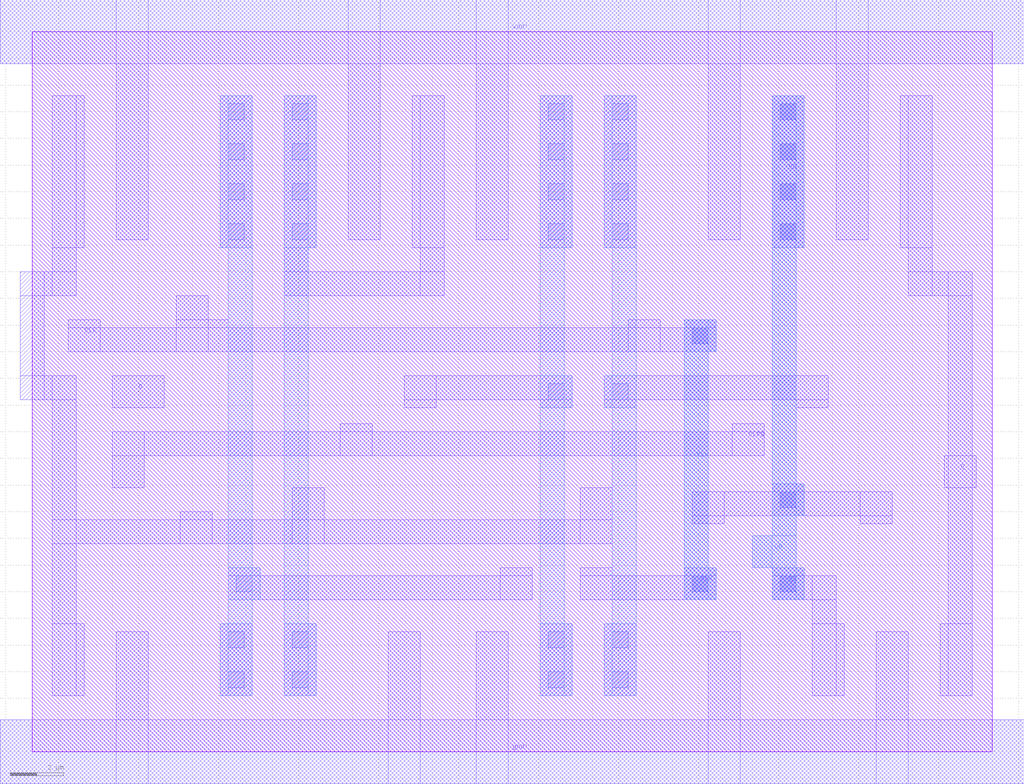
<source format=lef>
###########################
# 
# This is the TechHeader.lef file that contains the 
# technology information for the AMI C5N 0.5 micron 
# CMOS technology (SCN3M_SUBM when using MOSIS)
# 
# Erik Brunvand
###########################

VERSION 5.6 ;

BUSBITCHARS "[]" ;
DIVIDERCHAR "/" ;

PROPERTYDEFINITIONS
  MACRO icVersionStamp STRING ;
  MACRO drcSignature INTEGER ;
  MACRO viewNameList STRING ;
  LIBRARY minWidth REAL 1.5 ;
  LIBRARY PadType STRING "Perimeter" ;
  LIBRARY technology STRING "UofU_AMI_C5N" ;
  LIBRARY model STRING "ami06" ;
  LIBRARY gridResolution REAL 0.15 ;
  LIBRARY minLength REAL 0.6 ;
  LAYER sheetResistance INTEGER ;
END PROPERTYDEFINITIONS

UNITS
  DATABASE MICRONS 1000 ;
END UNITS
MANUFACTURINGGRID 0.15 ;

LAYER poly
  TYPE  MASTERSLICE ;
END poly

LAYER cc
  TYPE  CUT ;
  SPACING       0.9 ;
END cc

LAYER metal1
  TYPE ROUTING ;
  DIRECTION HORIZONTAL ;
  PITCH 3 3 ;
  WIDTH 0.9 ;
  SPACING 0.9 ;
  OFFSET 1.5 ;
  THICKNESS 0.64 ;
  HEIGHT 0.38 ;
  RESISTANCE RPERSQ 0.085 ;
  CAPACITANCE CPERSQDIST 3.2e-05 ;
  EDGECAPACITANCE 7.5e-05 ;
END metal1

LAYER via
  TYPE CUT ;
  SPACING 0.9 ;
END via

LAYER metal2
  TYPE ROUTING ;
  DIRECTION VERTICAL ;
  PITCH 2.4 2.4 ;
  WIDTH 0.9 ;
  SPACING 0.9 ;
  OFFSET        1.2 ;
  THICKNESS 0.57 ;
  HEIGHT 1.62 ;
  RESISTANCE RPERSQ 0.085 ;
  CAPACITANCE CPERSQDIST 1.6e-05 ;
  EDGECAPACITANCE 6.0e-05 ;
END metal2

LAYER via2
  TYPE CUT ;
  SPACING 0.9 ;
END via2

LAYER metal3
  TYPE ROUTING ;
  DIRECTION HORIZONTAL ;
  PITCH 3 3 ;
  WIDTH 1.5 ;
  SPACING 0.9 ;
  OFFSET        1.5 ;
  THICKNESS 0.77 ;
  HEIGHT 2.79 ;
  RESISTANCE RPERSQ 0.055 ;
  CAPACITANCE CPERSQDIST 1e-05 ;
  EDGECAPACITANCE 4.0e-05 ;
END metal3

LAYER OVERLAP
  TYPE OVERLAP ;
END OVERLAP

VIA M2_M1_via DEFAULT
  RESISTANCE 0.90 ; 
  LAYER metal1 ;
    RECT -0.6 -0.6 0.6 0.6 ;
  LAYER via ;
    RECT -0.3 -0.3 0.3 0.3 ;
  LAYER metal2 ;
    RECT -0.6 -0.6 0.6 0.6 ;
END M2_M1_via

VIA M3_M2_via DEFAULT
  RESISTANCE 0.80 ;
  LAYER metal2 ;
    RECT -0.6 -0.6 0.6 0.6 ;
  LAYER via2 ;
    RECT -0.3 -0.3 0.3 0.3 ;
  LAYER metal3 ;
    RECT -0.9 -0.9 0.9 0.9 ;
END M3_M2_via

VIARULE M3_M2 GENERATE
  LAYER metal2 ;
    ENCLOSURE 0.3 0.3 ;
  LAYER metal3 ;
    ENCLOSURE 0.6 0.6 ;
  LAYER via2 ;
    RECT -0.3 -0.3 0.3 0.3 ;
    SPACING 1.5 BY 1.5 ;
  RESISTANCE 0.80 ;
END M3_M2

VIARULE M2_M1 GENERATE
  LAYER metal1 ;
    ENCLOSURE 0.3 0.3 ;
  LAYER metal2 ;
    ENCLOSURE 0.3 0.3 ;
  LAYER via ;
    RECT -0.3 -0.3 0.3 0.3 ;
    SPACING 1.5 BY 1.5 ;
  RESISTANCE 0.90 ; 
END M2_M1

VIARULE viagen21 GENERATE
  LAYER metal1 ;
    WIDTH 1.2 TO 120 ;
    ENCLOSURE 0.3 0.3 ;
  LAYER metal2 ;
    WIDTH 1.2 TO 120 ;
    ENCLOSURE 0.3 0.3 ;
  LAYER via ;
    RECT -0.3 -0.3 0.3 0.3 ;
    SPACING 1.5 BY 1.5 ;
  RESISTANCE 0.90 ;
END viagen21

VIARULE viagen32 GENERATE
  LAYER metal2 ;
    WIDTH 1.2 TO 120 ;
    ENCLOSURE 0.6 0.6 ;
  LAYER metal3 ;
    WIDTH 1.8 TO 180 ;
    ENCLOSURE 0.6 0.6 ;
  LAYER via2 ;
    RECT -0.3 -0.3 0.3 0.3 ;
    SPACING 2.1 BY 2.1 ;
  RESISTANCE 0.80 ;
END viagen32

#SPACING
#  SAMENET metal1 metal1 0.9 ;
#  SAMENET metal2 metal2 0.9 ;
#  SAMENET metal3 metal3 0.9 ;
#END SPACING

SPACING
  SAMENET metal1  metal1        0.900  STACK ;
  SAMENET metal2  metal2        0.900  STACK ;
  SAMENET metal3  metal3        0.900 ;
  SAMENET cc  via       0.000  STACK ;
  SAMENET via  via      0.900 ;
  SAMENET via  via2     0.000  STACK ;
  SAMENET via2  via2    0.900 ;
END SPACING

SITE corner
  CLASS PAD ;
  SYMMETRY Y R90 ;
  SIZE 300 BY 300 ;
END corner

SITE IO
  CLASS PAD ;
  SYMMETRY Y ;
  SIZE 90 BY 300 ;
END IO

SITE  dbl_core
    CLASS       CORE ;
    SYMMETRY    Y ;
    SIZE        2.400 BY 54.000 ;
END  dbl_core

SITE core
  CLASS CORE ;
  SYMMETRY Y ;
  SIZE 2.4 BY 27 ;
END core
MACRO AOI22X1
  CLASS CORE ;
  ORIGIN 0 0 ;
  FOREIGN AOI22X1 0 0 ;
  SIZE 12 BY 27 ;
  SYMMETRY X Y ;
  SITE core ;
  PIN gnd!
    DIRECTION INOUT ;
    USE GROUND ;
    SHAPE ABUTMENT ;
    PORT
      LAYER metal1 ;
        RECT 7.8 -1.2 9 4.5 ;
        RECT -1.2 -1.2 13.2 1.2 ;
    END
  END gnd!
  PIN vdd!
    DIRECTION INOUT ;
    USE POWER ;
    SHAPE ABUTMENT ;
    PORT
      LAYER metal1 ;
        RECT 5.4 19.2 6.6 28.2 ;
        RECT -1.2 25.8 13.2 28.2 ;
    END
  END vdd!
  PIN Y
    DIRECTION OUTPUT ;
    USE SIGNAL ;
    PORT
      LAYER metal1 ;
        RECT 0.6 15.3 1.8 24.6 ;
        RECT 3 11.25 4.2 16.5 ;
        RECT 0.6 15.3 11.4 16.5 ;
        RECT 10.2 15.3 11.4 24.6 ;
    END
  END Y
  PIN C
    DIRECTION INPUT ;
    USE SIGNAL ;
    PORT
      LAYER metal1 ;
        RECT 0.6 12.9 1.8 14.1 ;
    END
  END C
  PIN A
    DIRECTION INPUT ;
    USE SIGNAL ;
    PORT
      LAYER metal1 ;
        RECT 5.4 12.9 6.6 14.1 ;
    END
  END A
  PIN B
    DIRECTION INPUT ;
    USE SIGNAL ;
    PORT
      LAYER metal1 ;
        RECT 7.8 9.9 9 11.1 ;
    END
  END B
  PIN D
    DIRECTION INPUT ;
    USE SIGNAL ;
    PORT
      LAYER metal1 ;
        RECT 10.2 12.9 11.4 14.1 ;
    END
  END D
  OBS
    LAYER metal1 ;
      RECT 0.6 12.9 1.8 14.1 ;
      RECT 3 2.1 4.2 8.25 ;
      RECT 5.4 12.9 6.6 14.1 ;
      RECT 5.4 2.1 6.6 4.8 ;
      RECT 3 17.4 9 18.3 ;
      RECT 3 17.4 4.2 24.6 ;
      RECT 7.8 17.4 9 24.6 ;
      RECT 7.8 9.9 9 11.1 ;
      RECT 3 11.25 4.2 16.5 ;
      RECT 0.6 15.3 11.4 16.5 ;
      RECT 0.6 15.3 1.8 24.6 ;
      RECT 10.2 15.3 11.4 24.6 ;
      RECT 10.2 12.9 11.4 14.1 ;
      RECT 10.2 2.1 11.4 9 ;
      RECT 5.7 7.95 11.4 9 ;
      RECT 0.6 2.1 1.8 10.05 ;
      RECT 5.7 7.95 6.6 10.05 ;
      RECT 0.6 9.15 6.6 10.05 ;
      RECT 5.4 19.2 6.6 28.2 ;
      RECT -1.2 25.8 13.2 28.2 ;
      RECT -1.2 -1.2 13.2 1.2 ;
      RECT 7.8 -1.2 9 4.5 ;
  END
  PROPERTY drcSignature 14115396 ;
END AOI22X1

MACRO BUFX4
  CLASS CORE ;
  ORIGIN 0 0 ;
  FOREIGN BUFX4 0 0 ;
  SIZE 7.2 BY 27 ;
  SYMMETRY X Y ;
  SITE core ;
  PIN A
    DIRECTION INPUT ;
    USE SIGNAL ;
    PORT
      LAYER metal1 ;
        RECT -1.2 7.8 0.6 9 ;
    END
  END A
  PIN Y
    DIRECTION OUTPUT ;
    USE SIGNAL ;
    PORT
      LAYER metal1 ;
        RECT 5.4 2.1 6.6 24.6 ;
    END
  END Y
  PIN vdd!
    DIRECTION INOUT ;
    USE POWER ;
    SHAPE ABUTMENT ;
    PORT
      LAYER metal1 ;
        RECT 3 13.2 4.2 28.2 ;
        RECT -1.2 25.8 8.4 28.2 ;
    END
  END vdd!
  PIN gnd!
    DIRECTION INOUT ;
    USE GROUND ;
    SHAPE ABUTMENT ;
    PORT
      LAYER metal1 ;
        RECT 3 -1.2 4.2 7.5 ;
        RECT -1.2 -1.2 8.4 1.2 ;
    END
  END gnd!
  OBS
    LAYER metal1 ;
      RECT -1.2 7.8 0.6 9 ;
      RECT 0.6 10.2 1.8 24.6 ;
      RECT 0.6 2.1 1.8 6.9 ;
      RECT 5.4 2.1 6.6 24.6 ;
      RECT 3 13.2 4.2 28.2 ;
      RECT -1.2 25.8 8.4 28.2 ;
      RECT -1.2 -1.2 8.4 1.2 ;
      RECT 3 -1.2 4.2 7.5 ;
  END
  PROPERTY drcSignature 14115396 ;
END BUFX4

MACRO BUFX8
  CLASS CORE ;
  ORIGIN 5.4 0 ;
  FOREIGN BUFX8 -5.4 0 ;
  SIZE 10.2 BY 27 ;
  SYMMETRY X Y ;
  SITE core ;
  PIN A
    DIRECTION INPUT ;
    USE SIGNAL ;
    PORT
      LAYER metal1 ;
        RECT -6.6 9.9 -5.4 11.1 ;
    END
  END A
  PIN Y
    DIRECTION OUTPUT ;
    USE SIGNAL ;
    PORT
      LAYER metal1 ;
        RECT 0.6 2.1 1.8 24.6 ;
    END
  END Y
  PIN vdd!
    DIRECTION INOUT ;
    USE POWER ;
    SHAPE ABUTMENT ;
    PORT
      LAYER metal1 ;
        RECT -1.8 13.2 -0.6 28.2 ;
        RECT 3 13.2 4.2 28.2 ;
        RECT -6 25.8 6 28.2 ;
    END
  END vdd!
  PIN gnd!
    DIRECTION INOUT ;
    USE GROUND ;
    SHAPE ABUTMENT ;
    PORT
      LAYER metal1 ;
        RECT -1.8 -1.2 -0.6 7.5 ;
        RECT 3 -1.2 4.2 7.5 ;
        RECT -6 -1.2 6 1.2 ;
    END
  END gnd!
  OBS
    LAYER metal1 ;
      RECT -6.6 9.9 -5.4 11.1 ;
      RECT -4.2 9.9 -0.3 11.1 ;
      RECT -4.2 2.1 -3 24.6 ;
      RECT 0.6 2.1 1.8 24.6 ;
      RECT -1.8 13.2 -0.6 28.2 ;
      RECT 3 13.2 4.2 28.2 ;
      RECT -6 25.8 6 28.2 ;
      RECT -6 -1.2 6 1.2 ;
      RECT -1.8 -1.2 -0.6 7.5 ;
      RECT 3 -1.2 4.2 7.5 ;
  END
  PROPERTY drcSignature 14016396 ;
END BUFX8

MACRO DFF2
  CLASS CORE ;
  ORIGIN 0 0 ;
  FOREIGN DFF2 0 0 ;
  SIZE 36 BY 27 ;
  SYMMETRY X Y ;
  SITE core ;
  PIN vdd!
    DIRECTION INOUT ;
    USE POWER ;
    SHAPE ABUTMENT ;
    PORT
      LAYER metal1 ;
        RECT 3.15 19.2 4.35 28.2 ;
        RECT 11.85 19.2 13.05 28.2 ;
        RECT 16.65 19.2 17.85 28.2 ;
        RECT 25.35 19.2 26.55 28.2 ;
        RECT 30.15 19.2 31.35 28.2 ;
        RECT -1.2 25.8 37.2 28.2 ;
    END
  END vdd!
  PIN gnd!
    DIRECTION INOUT ;
    USE GROUND ;
    SHAPE ABUTMENT ;
    PORT
      LAYER metal1 ;
        RECT 3.15 -1.2 4.35 4.5 ;
        RECT 13.35 -1.2 14.55 4.5 ;
        RECT 16.65 -1.2 17.85 4.5 ;
        RECT 25.35 -1.2 26.55 4.5 ;
        RECT 31.65 -1.2 32.85 4.5 ;
        RECT -1.2 -1.2 37.2 1.2 ;
    END
  END gnd!
  PIN Q
    DIRECTION OUTPUT ;
    USE SIGNAL ;
    PORT
      LAYER metal1 ;
        RECT 32.85 17.1 33.75 24.6 ;
        RECT 32.55 18.9 33.75 24.6 ;
        RECT 34.05 2.1 35.25 4.8 ;
        RECT 34.35 2.1 35.25 18 ;
        RECT 32.85 17.1 35.25 18 ;
        RECT 34.2 9.9 35.4 11.1 ;
    END
  END Q
  PIN D
    DIRECTION INPUT ;
    USE SIGNAL ;
    PORT
      LAYER metal1 ;
        RECT 3 12.9 4.95 14.1 ;
    END
  END D
  PIN CLK
    DIRECTION INPUT ;
    USE CLOCK ;
    PORT
      LAYER via ;
        RECT 24.75 15.3 25.35 15.9 ;
        RECT 24.75 6 25.35 6.6 ;
      LAYER metal1 ;
        RECT 24.45 5.7 25.65 6.9 ;
        RECT 20.55 5.7 25.65 6.6 ;
        RECT 20.55 5.7 21.75 6.9 ;
        RECT 24.45 15 25.65 16.2 ;
        RECT 1.35 15 25.65 15.9 ;
        RECT 22.35 15 23.55 16.2 ;
        RECT 5.4 15 7.35 16.2 ;
        RECT 5.4 15 6.6 17.1 ;
        RECT 1.35 15 2.55 16.2 ;
      LAYER metal2 ;
        RECT 24.45 15 25.65 16.2 ;
        RECT 24.45 5.7 25.65 6.9 ;
        RECT 24.45 5.7 25.35 16.2 ;
    END
  END CLK
  PIN QB
    DIRECTION OUTPUT ;
    USE SIGNAL ;
    PORT
      LAYER via ;
        RECT 28.05 23.7 28.65 24.3 ;
        RECT 28.05 22.2 28.65 22.8 ;
        RECT 28.05 20.7 28.65 21.3 ;
        RECT 28.05 19.2 28.65 19.8 ;
        RECT 28.05 9.15 28.65 9.75 ;
        RECT 28.05 6 28.65 6.6 ;
      LAYER metal1 ;
        RECT 24.75 8.85 32.25 9.75 ;
        RECT 31.05 8.55 32.25 9.75 ;
        RECT 27.75 8.85 28.95 10.05 ;
        RECT 24.75 8.55 25.95 9.75 ;
        RECT 29.25 2.1 30.45 4.8 ;
        RECT 27.75 5.7 30.15 6.6 ;
        RECT 29.25 2.1 30.15 6.6 ;
        RECT 27.75 5.7 28.95 6.9 ;
        RECT 27.75 18.9 28.95 24.6 ;
      LAYER metal2 ;
        RECT 27.75 18.9 28.95 24.6 ;
        RECT 27.75 8.85 28.95 10.05 ;
        RECT 27.75 5.7 28.95 6.9 ;
        RECT 27.75 5.7 28.65 24.6 ;
        RECT 27 6.9 28.65 8.1 ;
    END
  END QB
  PIN CLRB
    DIRECTION INPUT ;
    USE SIGNAL ;
    PORT
      LAYER metal1 ;
        RECT 3 9.9 4.2 12 ;
        RECT 11.55 11.1 12.75 12.3 ;
        RECT 3 11.1 27.45 12 ;
        RECT 26.25 11.1 27.45 12.3 ;
    END
  END CLRB
  OBS
    LAYER metal1 ;
      RECT 3 12.9 4.95 14.1 ;
      RECT 7.05 18.9 8.25 24.6 ;
      RECT 7.05 2.1 8.25 4.8 ;
      RECT 9.45 2.1 10.65 4.8 ;
      RECT 9.45 17.1 15.45 18 ;
      RECT 9.45 17.1 10.35 24.6 ;
      RECT 9.45 18.9 10.65 24.6 ;
      RECT 14.55 17.1 15.45 24.6 ;
      RECT 14.25 18.9 15.45 24.6 ;
      RECT 7.35 5.7 18.75 6.6 ;
      RECT 7.35 5.7 8.55 6.9 ;
      RECT 17.55 5.7 18.75 6.9 ;
      RECT 19.05 18.9 20.25 24.6 ;
      RECT 13.95 12.9 15.15 14.1 ;
      RECT 19.05 12.9 20.25 14.1 ;
      RECT 13.95 13.2 20.25 14.1 ;
      RECT 19.05 2.1 20.25 4.8 ;
      RECT 0.75 2.1 1.95 4.8 ;
      RECT 0.75 7.8 21.75 8.7 ;
      RECT 5.55 7.8 6.75 9 ;
      RECT 9.75 7.8 10.95 9.9 ;
      RECT 20.55 7.8 21.75 9.9 ;
      RECT 0.75 2.1 1.65 14.1 ;
      RECT -0.45 13.2 1.65 14.1 ;
      RECT -0.45 13.2 0.45 18 ;
      RECT -0.45 17.1 1.65 18 ;
      RECT 0.75 17.1 1.65 24.6 ;
      RECT 0.75 18.9 1.95 24.6 ;
      RECT 21.45 18.9 22.65 24.6 ;
      RECT 21.45 2.1 22.65 4.8 ;
      RECT 1.35 15 25.65 15.9 ;
      RECT 1.35 15 2.55 16.2 ;
      RECT 5.4 15 7.35 16.2 ;
      RECT 22.35 15 23.55 16.2 ;
      RECT 24.45 15 25.65 16.2 ;
      RECT 5.4 15 6.6 17.1 ;
      RECT 20.55 5.7 25.65 6.6 ;
      RECT 20.55 5.7 21.75 6.9 ;
      RECT 24.45 5.7 25.65 6.9 ;
      RECT 3 9.9 4.2 12 ;
      RECT 3 11.1 27.45 12 ;
      RECT 11.55 11.1 12.75 12.3 ;
      RECT 26.25 11.1 27.45 12.3 ;
      RECT 27.75 18.9 28.95 24.6 ;
      RECT 21.45 12.9 22.65 14.1 ;
      RECT 28.65 12.9 29.85 14.1 ;
      RECT 21.45 13.2 29.85 14.1 ;
      RECT 29.25 2.1 30.45 4.8 ;
      RECT 29.25 2.1 30.15 6.6 ;
      RECT 27.75 5.7 30.15 6.6 ;
      RECT 27.75 5.7 28.95 6.9 ;
      RECT 24.75 8.55 25.95 9.75 ;
      RECT 31.05 8.55 32.25 9.75 ;
      RECT 24.75 8.85 32.25 9.75 ;
      RECT 27.75 8.85 28.95 10.05 ;
      RECT 34.05 2.1 35.25 4.8 ;
      RECT 34.2 9.9 35.4 11.1 ;
      RECT 34.35 2.1 35.25 18 ;
      RECT 32.85 17.1 35.25 18 ;
      RECT 32.85 17.1 33.75 24.6 ;
      RECT 32.55 18.9 33.75 24.6 ;
      RECT 3.15 19.2 4.35 28.2 ;
      RECT 11.85 19.2 13.05 28.2 ;
      RECT 16.65 19.2 17.85 28.2 ;
      RECT 25.35 19.2 26.55 28.2 ;
      RECT 30.15 19.2 31.35 28.2 ;
      RECT -1.2 25.8 37.2 28.2 ;
      RECT -1.2 -1.2 37.2 1.2 ;
      RECT 3.15 -1.2 4.35 4.5 ;
      RECT 13.35 -1.2 14.55 4.5 ;
      RECT 16.65 -1.2 17.85 4.5 ;
      RECT 25.35 -1.2 26.55 4.5 ;
      RECT 31.65 -1.2 32.85 4.5 ;
    LAYER metal2 ;
      RECT 7.05 2.1 8.25 4.8 ;
      RECT 7.35 5.7 8.55 6.9 ;
      RECT 7.35 2.1 8.25 24.6 ;
      RECT 7.05 18.9 8.25 24.6 ;
      RECT 9.45 2.1 10.65 4.8 ;
      RECT 9.45 2.1 10.35 24.6 ;
      RECT 9.45 18.9 10.65 24.6 ;
      RECT 19.05 2.1 20.25 4.8 ;
      RECT 19.05 12.9 20.25 14.1 ;
      RECT 19.05 2.1 19.95 24.6 ;
      RECT 19.05 18.9 20.25 24.6 ;
      RECT 21.45 2.1 22.65 4.8 ;
      RECT 21.45 12.9 22.65 14.1 ;
      RECT 21.75 2.1 22.65 24.6 ;
      RECT 21.45 18.9 22.65 24.6 ;
      RECT 24.45 5.7 25.65 6.9 ;
      RECT 24.45 5.7 25.35 16.2 ;
      RECT 24.45 15 25.65 16.2 ;
      RECT 27.75 5.7 28.95 6.9 ;
      RECT 27 6.9 28.65 8.1 ;
      RECT 27.75 8.85 28.95 10.05 ;
      RECT 27.75 5.7 28.65 24.6 ;
      RECT 27.75 18.9 28.95 24.6 ;
    LAYER via ;
      RECT 7.35 23.7 7.95 24.3 ;
      RECT 7.35 22.2 7.95 22.8 ;
      RECT 7.35 20.7 7.95 21.3 ;
      RECT 7.35 19.2 7.95 19.8 ;
      RECT 7.35 3.9 7.95 4.5 ;
      RECT 7.35 2.4 7.95 3 ;
      RECT 7.65 6 8.25 6.6 ;
      RECT 9.75 23.7 10.35 24.3 ;
      RECT 9.75 22.2 10.35 22.8 ;
      RECT 9.75 20.7 10.35 21.3 ;
      RECT 9.75 19.2 10.35 19.8 ;
      RECT 9.75 3.9 10.35 4.5 ;
      RECT 9.75 2.4 10.35 3 ;
      RECT 19.35 23.7 19.95 24.3 ;
      RECT 19.35 22.2 19.95 22.8 ;
      RECT 19.35 20.7 19.95 21.3 ;
      RECT 19.35 19.2 19.95 19.8 ;
      RECT 19.35 13.2 19.95 13.8 ;
      RECT 19.35 3.9 19.95 4.5 ;
      RECT 19.35 2.4 19.95 3 ;
      RECT 21.75 23.7 22.35 24.3 ;
      RECT 21.75 22.2 22.35 22.8 ;
      RECT 21.75 20.7 22.35 21.3 ;
      RECT 21.75 19.2 22.35 19.8 ;
      RECT 21.75 13.2 22.35 13.8 ;
      RECT 21.75 3.9 22.35 4.5 ;
      RECT 21.75 2.4 22.35 3 ;
      RECT 24.75 15.3 25.35 15.9 ;
      RECT 24.75 6 25.35 6.6 ;
      RECT 28.05 23.7 28.65 24.3 ;
      RECT 28.05 22.2 28.65 22.8 ;
      RECT 28.05 20.7 28.65 21.3 ;
      RECT 28.05 19.2 28.65 19.8 ;
      RECT 28.05 9.15 28.65 9.75 ;
      RECT 28.05 6 28.65 6.6 ;
  END
  PROPERTY drcSignature 14115396 ;
END DFF2

MACRO FILL1
  CLASS CORE ;
  ORIGIN 0 0 ;
  FOREIGN FILL1 0 0 ;
  SIZE 2.4 BY 27 ;
  SYMMETRY X Y ;
  SITE core ;
  PIN vdd!
    DIRECTION INOUT ;
    USE POWER ;
    SHAPE ABUTMENT ;
    PORT
      LAYER metal1 ;
        RECT -1.2 25.8 3.6 28.2 ;
    END
  END vdd!
  PIN gnd!
    DIRECTION INOUT ;
    USE GROUND ;
    SHAPE ABUTMENT ;
    PORT
      LAYER metal1 ;
        RECT -1.2 -1.2 3.6 1.2 ;
    END
  END gnd!
  OBS
    LAYER metal1 ;
      RECT -1.2 25.8 3.6 28.2 ;
      RECT -1.2 -1.2 3.6 1.2 ;
  END
  PROPERTY drcSignature 14115396 ;
END FILL1

MACRO FILL4
  CLASS CORE ;
  ORIGIN 0 0 ;
  FOREIGN FILL4 0 0 ;
  SIZE 9.6 BY 27 ;
  SYMMETRY X Y ;
  SITE core ;
  PIN gnd!
    DIRECTION INOUT ;
    USE GROUND ;
    SHAPE ABUTMENT ;
    PORT
      LAYER metal1 ;
        RECT -1.2 -1.2 10.8 1.2 ;
    END
  END gnd!
  PIN vdd!
    DIRECTION INOUT ;
    USE POWER ;
    SHAPE ABUTMENT ;
    PORT
      LAYER metal1 ;
        RECT -1.2 25.8 10.8 28.2 ;
    END
  END vdd!
  OBS
    LAYER metal1 ;
      RECT -1.2 25.8 10.8 28.2 ;
      RECT -1.2 -1.2 10.8 1.2 ;
  END
  PROPERTY drcSignature 14115396 ;
END FILL4

MACRO FILL8
  CLASS CORE ;
  ORIGIN 0 0 ;
  FOREIGN FILL8 0 0 ;
  SIZE 19.2 BY 27 ;
  SYMMETRY X Y ;
  SITE core ;
  PIN gnd!
    DIRECTION INOUT ;
    USE GROUND ;
    SHAPE ABUTMENT ;
    PORT
      LAYER metal1 ;
        RECT -1.2 -1.2 20.4 1.2 ;
    END
  END gnd!
  PIN vdd!
    DIRECTION INOUT ;
    USE POWER ;
    SHAPE ABUTMENT ;
    PORT
      LAYER metal1 ;
        RECT -1.2 25.8 20.4 28.2 ;
    END
  END vdd!
  OBS
    LAYER metal1 ;
      RECT -1.2 25.8 20.4 28.2 ;
      RECT -1.2 -1.2 20.4 1.2 ;
  END
  PROPERTY drcSignature 14115396 ;
END FILL8

MACRO INVX1
  CLASS CORE ;
  ORIGIN 2.25 0 ;
  FOREIGN INVX1 -2.25 0 ;
  SIZE 4.8 BY 27 ;
  SYMMETRY X Y ;
  SITE core ;
  PIN gnd!
    DIRECTION OUTPUT ;
    USE GROUND ;
    SHAPE ABUTMENT ;
    PORT
      LAYER metal1 ;
        RECT -1.65 -1.2 -0.45 3.75 ;
        RECT -3.45 -1.2 3.75 1.2 ;
    END
  END gnd!
  PIN vdd!
    DIRECTION OUTPUT ;
    USE POWER ;
    SHAPE ABUTMENT ;
    PORT
      LAYER metal1 ;
        RECT -1.65 20.4 -0.45 28.2 ;
        RECT -3.45 25.8 3.75 28.2 ;
    END
  END vdd!
  PIN Y
    DIRECTION OUTPUT ;
    USE SIGNAL ;
    PORT
      LAYER metal1 ;
        RECT 0.75 2.85 1.95 22.8 ;
    END
  END Y
  PIN A
    DIRECTION INPUT ;
    USE SIGNAL ;
    PORT
      LAYER metal1 ;
        RECT -1.35 8.1 -0.15 9.3 ;
    END
  END A
  OBS
    LAYER metal1 ;
      RECT -1.35 8.1 -0.15 9.3 ;
      RECT 0.75 2.85 1.95 22.8 ;
      RECT -1.65 20.4 -0.45 28.2 ;
      RECT -3.45 25.8 3.75 28.2 ;
      RECT -3.45 -1.2 3.75 1.2 ;
      RECT -1.65 -1.2 -0.45 3.75 ;
  END
  PROPERTY drcSignature 14115396 ;
END INVX1

MACRO INVX2
  CLASS CORE ;
  ORIGIN 0 0 ;
  FOREIGN INVX2 0 0 ;
  SIZE 4.8 BY 27 ;
  SYMMETRY X Y ;
  SITE core ;
  PIN A
    DIRECTION INPUT ;
    USE SIGNAL ;
    PORT
      LAYER metal1 ;
        RECT 0.6 9.9 1.8 11.1 ;
    END
  END A
  PIN Y
    DIRECTION OUTPUT ;
    USE SIGNAL ;
    PORT
      LAYER metal1 ;
        RECT 3 2.1 4.2 24.6 ;
    END
  END Y
  PIN vdd!
    DIRECTION INOUT ;
    USE POWER ;
    SHAPE ABUTMENT ;
    PORT
      LAYER metal1 ;
        RECT 0.6 19.2 1.8 28.2 ;
        RECT -1.2 25.8 6 28.2 ;
    END
  END vdd!
  PIN gnd!
    DIRECTION INOUT ;
    USE GROUND ;
    SHAPE ABUTMENT ;
    PORT
      LAYER metal1 ;
        RECT 0.6 -1.2 1.8 4.5 ;
        RECT -1.2 -1.2 6 1.2 ;
    END
  END gnd!
  OBS
    LAYER metal1 ;
      RECT 0.6 9.9 1.8 11.1 ;
      RECT 3 2.1 4.2 24.6 ;
      RECT 0.6 19.2 1.8 28.2 ;
      RECT -1.2 25.8 6 28.2 ;
      RECT -1.2 -1.2 6 1.2 ;
      RECT 0.6 -1.2 1.8 4.5 ;
  END
  PROPERTY drcSignature 14016396 ;
END INVX2

MACRO INVX4
  CLASS CORE ;
  ORIGIN 0 0 ;
  FOREIGN INVX4 0 0 ;
  SIZE 4.8 BY 27 ;
  SYMMETRY X Y ;
  SITE core ;
  PIN A
    DIRECTION INPUT ;
    USE SIGNAL ;
    PORT
      LAYER metal1 ;
        RECT 0.6 9.9 1.8 11.1 ;
    END
  END A
  PIN Y
    DIRECTION OUTPUT ;
    USE SIGNAL ;
    PORT
      LAYER metal1 ;
        RECT 3 2.1 4.2 24.6 ;
    END
  END Y
  PIN vdd!
    DIRECTION INOUT ;
    USE POWER ;
    SHAPE ABUTMENT ;
    PORT
      LAYER metal1 ;
        RECT 0.6 13.2 1.8 28.2 ;
        RECT -1.2 25.8 6 28.2 ;
    END
  END vdd!
  PIN gnd!
    DIRECTION INOUT ;
    USE GROUND ;
    SHAPE ABUTMENT ;
    PORT
      LAYER metal1 ;
        RECT 0.6 -1.2 1.8 7.5 ;
        RECT -1.2 -1.2 6 1.2 ;
    END
  END gnd!
  OBS
    LAYER metal1 ;
      RECT 0.6 9.9 1.8 11.1 ;
      RECT 3 2.1 4.2 24.6 ;
      RECT 0.6 13.2 1.8 28.2 ;
      RECT -1.2 25.8 6 28.2 ;
      RECT -1.2 -1.2 6 1.2 ;
      RECT 0.6 -1.2 1.8 7.5 ;
  END
  PROPERTY drcSignature 14016396 ;
END INVX4

MACRO INVX8
  CLASS CORE ;
  ORIGIN 4.8 0 ;
  FOREIGN INVX8 -4.8 0 ;
  SIZE 9.6 BY 27 ;
  SYMMETRY X Y ;
  SITE core ;
  PIN gnd!
    DIRECTION INOUT ;
    USE GROUND ;
    SHAPE ABUTMENT ;
    PORT
      LAYER metal1 ;
        RECT -3 -1.2 -1.8 7.5 ;
        RECT 1.8 -1.2 3 7.5 ;
        RECT -6 -1.2 6 1.2 ;
    END
  END gnd!
  PIN vdd!
    DIRECTION INOUT ;
    USE POWER ;
    SHAPE ABUTMENT ;
    PORT
      LAYER metal1 ;
        RECT -3 13.2 -1.8 28.2 ;
        RECT 1.8 13.2 3 28.2 ;
        RECT -6 25.8 6 28.2 ;
    END
  END vdd!
  PIN A
    DIRECTION INPUT ;
    USE SIGNAL ;
    PORT
      LAYER metal1 ;
        RECT -2.7 9.9 -1.5 11.1 ;
    END
  END A
  PIN Y
    DIRECTION OUTPUT ;
    USE SIGNAL ;
    PORT
      LAYER metal1 ;
        RECT -0.6 2.1 0.6 24.6 ;
    END
  END Y
  OBS
    LAYER metal1 ;
      RECT -2.7 9.9 -1.5 11.1 ;
      RECT -0.6 2.1 0.6 24.6 ;
      RECT -3 13.2 -1.8 28.2 ;
      RECT 1.8 13.2 3 28.2 ;
      RECT -6 25.8 6 28.2 ;
      RECT -6 -1.2 6 1.2 ;
      RECT -3 -1.2 -1.8 7.5 ;
      RECT 1.8 -1.2 3 7.5 ;
  END
  PROPERTY drcSignature 14115396 ;
END INVX8

MACRO MUX2X1
  CLASS CORE ;
  ORIGIN 6 0 ;
  FOREIGN MUX2X1 -6 0 ;
  SIZE 12 BY 27 ;
  SYMMETRY X Y ;
  SITE core ;
  PIN A
    DIRECTION INPUT ;
    USE SIGNAL ;
    PORT
      LAYER metal1 ;
        RECT 4.2 2.7 5.4 24.6 ;
    END
  END A
  PIN Y
    DIRECTION OUTPUT ;
    USE SIGNAL ;
    PORT
      LAYER metal1 ;
        RECT 1.8 2.7 3 24.6 ;
    END
  END Y
  PIN B
    DIRECTION INPUT ;
    USE SIGNAL ;
    PORT
      LAYER metal1 ;
        RECT -0.6 2.7 0.6 24.6 ;
    END
  END B
  PIN gnd!
    DIRECTION INOUT ;
    USE GROUND ;
    SHAPE ABUTMENT ;
    PORT
      LAYER metal1 ;
        RECT -5.4 -1.2 -4.2 3.6 ;
        RECT -7.2 -1.2 7.2 1.2 ;
    END
  END gnd!
  PIN vdd!
    DIRECTION INOUT ;
    USE POWER ;
    SHAPE ABUTMENT ;
    PORT
      LAYER metal1 ;
        RECT -5.4 22.2 -4.2 28.2 ;
        RECT -7.2 25.8 7.2 28.2 ;
    END
  END vdd!
  PIN S
    DIRECTION INPUT ;
    USE SIGNAL ;
    PORT
      LAYER metal1 ;
        RECT -5.4 9.9 -4.2 11.1 ;
    END
  END S
  OBS
    LAYER metal1 ;
      RECT -5.4 9.9 -4.2 11.1 ;
      RECT -3 2.7 -1.8 24.6 ;
      RECT -0.6 2.7 0.6 24.6 ;
      RECT 1.8 2.7 3 24.6 ;
      RECT 4.2 2.7 5.4 24.6 ;
      RECT -5.4 22.2 -4.2 28.2 ;
      RECT -7.2 25.8 7.2 28.2 ;
      RECT -7.2 -1.2 7.2 1.2 ;
      RECT -5.4 -1.2 -4.2 3.6 ;
  END
  PROPERTY drcSignature 14016396 ;
END MUX2X1

MACRO NAND2X1
  CLASS CORE ;
  ORIGIN 0 0 ;
  FOREIGN NAND2X1 0 0 ;
  SIZE 7.2 BY 27 ;
  SYMMETRY X Y ;
  SITE core ;
  PIN vdd!
    DIRECTION INOUT ;
    USE POWER ;
    SHAPE ABUTMENT ;
    PORT
      LAYER metal1 ;
        RECT 0.6 22.2 1.8 28.2 ;
        RECT 5.4 22.2 6.6 28.2 ;
        RECT -1.2 25.8 8.4 28.2 ;
    END
  END vdd!
  PIN gnd!
    DIRECTION INOUT ;
    USE GROUND ;
    SHAPE ABUTMENT ;
    PORT
      LAYER metal1 ;
        RECT 0.6 -1.2 1.8 4.5 ;
        RECT -1.2 -1.2 8.4 1.2 ;
    END
  END gnd!
  PIN A
    DIRECTION INPUT ;
    USE SIGNAL ;
    PORT
      LAYER metal1 ;
        RECT 0.6 15.9 1.8 17.1 ;
    END
  END A
  PIN B
    DIRECTION INPUT ;
    USE SIGNAL ;
    PORT
      LAYER metal1 ;
        RECT 5.4 9.9 6.6 11.1 ;
    END
  END B
  PIN Y
    DIRECTION OUTPUT ;
    USE SIGNAL ;
    PORT
      LAYER metal1 ;
        RECT 3 5.4 4.2 24.6 ;
        RECT 4.5 2.1 5.7 6.6 ;
        RECT 3 5.4 5.7 6.6 ;
    END
  END Y
  OBS
    LAYER metal1 ;
      RECT 0.6 15.9 1.8 17.1 ;
      RECT 4.5 2.1 5.7 6.6 ;
      RECT 3 5.4 5.7 6.6 ;
      RECT 3 5.4 4.2 24.6 ;
      RECT 5.4 9.9 6.6 11.1 ;
      RECT 0.6 22.2 1.8 28.2 ;
      RECT 5.4 22.2 6.6 28.2 ;
      RECT -1.2 25.8 8.4 28.2 ;
      RECT -1.2 -1.2 8.4 1.2 ;
      RECT 0.6 -1.2 1.8 4.5 ;
  END
  PROPERTY drcSignature 14115396 ;
END NAND2X1

MACRO NAND2X2
  CLASS CORE ;
  ORIGIN 0 0 ;
  FOREIGN NAND2X2 0 0 ;
  SIZE 7.2 BY 27 ;
  SYMMETRY X Y ;
  SITE core ;
  PIN vdd!
    DIRECTION INOUT ;
    USE POWER ;
    SHAPE ABUTMENT ;
    PORT
      LAYER metal1 ;
        RECT 0.6 19.2 1.8 28.2 ;
        RECT 5.4 19.2 6.6 28.2 ;
        RECT -1.2 25.8 8.4 28.2 ;
    END
  END vdd!
  PIN gnd!
    DIRECTION INOUT ;
    USE GROUND ;
    SHAPE ABUTMENT ;
    PORT
      LAYER metal1 ;
        RECT 0.6 -1.2 1.8 7.5 ;
        RECT -1.2 -1.2 8.4 1.2 ;
    END
  END gnd!
  PIN A
    DIRECTION INPUT ;
    USE SIGNAL ;
    PORT
      LAYER metal1 ;
        RECT 0.6 15.9 1.8 17.1 ;
    END
  END A
  PIN B
    DIRECTION INPUT ;
    USE SIGNAL ;
    PORT
      LAYER metal1 ;
        RECT 5.1 15.9 6.3 17.1 ;
    END
  END B
  PIN Y
    DIRECTION OUTPUT ;
    USE SIGNAL ;
    PORT
      LAYER metal1 ;
        RECT 3 12.9 4.2 24.6 ;
        RECT 4.5 2.1 5.7 14.1 ;
        RECT 3 12.9 5.7 14.1 ;
    END
  END Y
  OBS
    LAYER metal1 ;
      RECT 0.6 15.9 1.8 17.1 ;
      RECT 4.5 2.1 5.7 14.1 ;
      RECT 3 12.9 5.7 14.1 ;
      RECT 3 12.9 4.2 24.6 ;
      RECT 5.1 15.9 6.3 17.1 ;
      RECT 0.6 19.2 1.8 28.2 ;
      RECT 5.4 19.2 6.6 28.2 ;
      RECT -1.2 25.8 8.4 28.2 ;
      RECT -1.2 -1.2 8.4 1.2 ;
      RECT 0.6 -1.2 1.8 7.5 ;
  END
  PROPERTY drcSignature 14115396 ;
END NAND2X2

MACRO NOR2X1
  CLASS CORE ;
  ORIGIN 0 0 ;
  FOREIGN NOR2X1 0 0 ;
  SIZE 7.2 BY 27 ;
  SYMMETRY X Y ;
  SITE core ;
  PIN A
    DIRECTION INPUT ;
    USE SIGNAL ;
    PORT
      LAYER metal1 ;
        RECT 0.6 15.9 1.8 17.1 ;
    END
  END A
  PIN B
    DIRECTION INPUT ;
    USE SIGNAL ;
    PORT
      LAYER metal1 ;
        RECT 5.4 9.9 6.6 11.1 ;
    END
  END B
  PIN Y
    DIRECTION OUTPUT ;
    USE SIGNAL ;
    PORT
      LAYER metal1 ;
        RECT 3 2.1 4.2 18.3 ;
        RECT 3 17.1 5.7 18.3 ;
        RECT 4.5 17.1 5.7 24.6 ;
    END
  END Y
  PIN vdd!
    DIRECTION INOUT ;
    USE POWER ;
    SHAPE ABUTMENT ;
    PORT
      LAYER metal1 ;
        RECT 0.6 19.05 1.8 28.2 ;
        RECT -1.2 25.8 8.4 28.2 ;
    END
  END vdd!
  PIN gnd!
    DIRECTION INOUT ;
    USE GROUND ;
    SHAPE ABUTMENT ;
    PORT
      LAYER metal1 ;
        RECT 0.6 -1.2 1.8 3 ;
        RECT 5.4 -1.2 6.6 3 ;
        RECT -1.2 -1.2 8.4 1.2 ;
    END
  END gnd!
  OBS
    LAYER metal1 ;
      RECT 0.6 15.9 1.8 17.1 ;
      RECT 3 2.1 4.2 18.3 ;
      RECT 3 17.1 5.7 18.3 ;
      RECT 4.5 17.1 5.7 24.6 ;
      RECT 5.4 9.9 6.6 11.1 ;
      RECT 0.6 19.05 1.8 28.2 ;
      RECT -1.2 25.8 8.4 28.2 ;
      RECT -1.2 -1.2 8.4 1.2 ;
      RECT 0.6 -1.2 1.8 3 ;
      RECT 5.4 -1.2 6.6 3 ;
  END
  PROPERTY drcSignature 14115396 ;
END NOR2X1

MACRO OAI22X1
  CLASS CORE ;
  ORIGIN 0 0 ;
  FOREIGN OAI22X1 0 0 ;
  SIZE 12 BY 27 ;
  SYMMETRY X Y ;
  SITE core ;
  PIN vdd!
    DIRECTION INOUT ;
    USE POWER ;
    SHAPE ABUTMENT ;
    PORT
      LAYER metal1 ;
        RECT 0.6 18.9 1.8 28.2 ;
        RECT 10.2 18.9 11.4 28.2 ;
        RECT -1.2 25.8 13.2 28.2 ;
    END
  END vdd!
  PIN gnd!
    DIRECTION INOUT ;
    USE GROUND ;
    SHAPE ABUTMENT ;
    PORT
      LAYER metal1 ;
        RECT 7.8 -1.2 9 4.5 ;
        RECT -1.2 -1.2 13.2 1.2 ;
    END
  END gnd!
  PIN A
    DIRECTION INPUT ;
    USE SIGNAL ;
    PORT
      LAYER metal1 ;
        RECT 0.75 12.9 1.95 14.1 ;
    END
  END A
  PIN B
    DIRECTION INPUT ;
    USE SIGNAL ;
    PORT
      LAYER metal1 ;
        RECT 3.3 15 4.5 17.1 ;
        RECT 3.15 15.9 4.5 17.1 ;
    END
  END B
  PIN C
    DIRECTION INPUT ;
    USE SIGNAL ;
    PORT
      LAYER metal1 ;
        RECT 7.95 9.9 9.15 11.1 ;
    END
  END C
  PIN D
    DIRECTION INPUT ;
    USE SIGNAL ;
    PORT
      LAYER metal1 ;
        RECT 10.2 15.9 11.4 17.1 ;
    END
  END D
  PIN Y
    DIRECTION OUTPUT ;
    USE SIGNAL ;
    PORT
      LAYER metal1 ;
        RECT 3 11.1 4.2 13.35 ;
        RECT 3 12.3 6.6 13.35 ;
        RECT 5.4 12.3 6.6 24.6 ;
        RECT 5.4 12.9 6.75 14.1 ;
    END
  END Y
  OBS
    LAYER metal1 ;
      RECT 0.75 12.9 1.95 14.1 ;
      RECT 3 2.1 4.2 8.4 ;
      RECT 3.3 15 4.5 17.1 ;
      RECT 3.15 15.9 4.5 17.1 ;
      RECT 3 11.1 4.2 13.35 ;
      RECT 3 12.3 6.6 13.35 ;
      RECT 5.4 12.9 6.75 14.1 ;
      RECT 5.4 12.3 6.6 24.6 ;
      RECT 7.95 9.9 9.15 11.1 ;
      RECT 10.2 15.9 11.4 17.1 ;
      RECT 5.4 2.1 6.6 4.8 ;
      RECT 10.2 2.1 11.4 6.6 ;
      RECT 5.55 5.7 11.4 6.6 ;
      RECT 0.6 2.1 1.8 10.2 ;
      RECT 5.55 2.1 6.45 10.2 ;
      RECT 0.6 9.3 6.45 10.2 ;
      RECT 0.6 18.9 1.8 28.2 ;
      RECT 10.2 18.9 11.4 28.2 ;
      RECT -1.2 25.8 13.2 28.2 ;
      RECT -1.2 -1.2 13.2 1.2 ;
      RECT 7.8 -1.2 9 4.5 ;
  END
  PROPERTY drcSignature 14016396 ;
END OAI22X1

MACRO TIEHI
  CLASS CORE ;
  ORIGIN 2.4 0 ;
  FOREIGN TIEHI -2.4 0 ;
  SIZE 4.8 BY 27 ;
  SYMMETRY X Y ;
  SITE core ;
  PIN vdd!
    DIRECTION OUTPUT ;
    USE POWER ;
    SHAPE ABUTMENT ;
    PORT
      LAYER metal1 ;
        RECT -1.8 20.4 -0.6 28.2 ;
        RECT -3.6 25.8 3.6 28.2 ;
    END
  END vdd!
  PIN gnd!
    DIRECTION OUTPUT ;
    USE GROUND ;
    SHAPE ABUTMENT ;
    PORT
      LAYER metal1 ;
        RECT -1.8 -1.2 -0.6 3.75 ;
        RECT -3.6 -1.2 3.6 1.2 ;
    END
  END gnd!
  PIN Y
    DIRECTION OUTPUT ;
    USE SIGNAL ;
    PORT
      LAYER metal1 ;
        RECT 0.6 15.9 1.8 22.8 ;
    END
  END Y
  OBS
    LAYER metal1 ;
      RECT 0.6 15.9 1.8 22.8 ;
      RECT 0.6 2.85 1.8 6 ;
      RECT 0.3 4.8 1.8 6 ;
      RECT -1.8 20.4 -0.6 28.2 ;
      RECT -3.6 25.8 3.6 28.2 ;
      RECT -3.6 -1.2 3.6 1.2 ;
      RECT -1.8 -1.2 -0.6 3.75 ;
  END
  PROPERTY drcSignature 14115396 ;
END TIEHI

MACRO TIELO
  CLASS CORE ;
  ORIGIN 0 0 ;
  FOREIGN TIELO 0 0 ;
  SIZE 4.8 BY 27 ;
  SYMMETRY X Y ;
  SITE core ;
  PIN Y
    DIRECTION OUTPUT ;
    USE SIGNAL ;
    PORT
      LAYER metal1 ;
        RECT 3 2.1 4.2 5.25 ;
    END
  END Y
  PIN gnd!
    DIRECTION INOUT ;
    USE GROUND ;
    SHAPE ABUTMENT ;
    PORT
      LAYER metal1 ;
        RECT 0.6 -1.2 1.8 3 ;
        RECT -1.2 -1.2 6 1.2 ;
    END
  END gnd!
  PIN vdd!
    DIRECTION INOUT ;
    USE POWER ;
    SHAPE ABUTMENT ;
    PORT
      LAYER metal1 ;
        RECT 0.6 21.9 1.8 28.2 ;
        RECT -1.2 25.8 6 28.2 ;
    END
  END vdd!
  OBS
    LAYER metal1 ;
      RECT 2.7 20.1 4.2 21.3 ;
      RECT 3 20.1 4.2 24.6 ;
      RECT 3 2.1 4.2 5.25 ;
      RECT 0.6 21.9 1.8 28.2 ;
      RECT -1.2 25.8 6 28.2 ;
      RECT -1.2 -1.2 6 1.2 ;
      RECT 0.6 -1.2 1.8 3 ;
  END
  PROPERTY drcSignature 14016396 ;
END TIELO

MACRO XOR2X1
  CLASS CORE ;
  ORIGIN 0 0 ;
  FOREIGN XOR2X1 0 0 ;
  SIZE 19.2 BY 27 ;
  SYMMETRY X Y ;
  SITE core ;
  PIN vdd!
    DIRECTION INOUT ;
    USE POWER ;
    SHAPE ABUTMENT ;
    PORT
      LAYER metal1 ;
        RECT 2.85 21.3 4.05 28.2 ;
        RECT 7.8 18.3 9 28.2 ;
        RECT 17.4 18.3 18.6 28.2 ;
        RECT -1.2 25.8 20.4 28.2 ;
    END
  END vdd!
  PIN gnd!
    DIRECTION INOUT ;
    USE GROUND ;
    SHAPE ABUTMENT ;
    PORT
      LAYER metal1 ;
        RECT 2.85 -1.2 4.05 3.6 ;
        RECT 7.8 -1.2 9 5.1 ;
        RECT 17.4 -1.2 18.6 5.1 ;
        RECT -1.2 -1.2 20.4 1.2 ;
    END
  END gnd!
  PIN A
    DIRECTION INPUT ;
    USE SIGNAL ;
    PORT
      LAYER metal1 ;
        RECT 1.65 9.9 15 11.1 ;
    END
  END A
  PIN B
    DIRECTION INPUT ;
    USE SIGNAL ;
    PORT
      LAYER metal1 ;
        RECT 4.05 12.9 19.35 14.1 ;
    END
  END B
  PIN Y
    DIRECTION OUTPUT ;
    USE SIGNAL ;
    PORT
      LAYER via ;
        RECT 12.9 18.3 13.5 18.9 ;
        RECT 12.9 4.5 13.5 5.1 ;
        RECT 14.1 16.2 14.7 16.8 ;
      LAYER metal1 ;
        RECT 13.8 15.9 15 17.1 ;
        RECT 12.6 2.7 13.8 5.4 ;
        RECT 12.6 18 13.8 23.7 ;
      LAYER metal2 ;
        RECT 12.6 15.9 15 17.1 ;
        RECT 12.6 4.2 13.8 19.2 ;
    END
  END Y
  OBS
    LAYER metal1 ;
      RECT 0.45 21 1.65 23.7 ;
      RECT 0.45 2.7 1.65 3.9 ;
      RECT 5.25 21 6.45 23.7 ;
      RECT 5.25 2.7 6.45 3.9 ;
      RECT 10.2 18 11.4 23.7 ;
      RECT 0.45 15.9 12.6 17.1 ;
      RECT 12.6 18 13.8 23.7 ;
      RECT 12.6 2.7 13.8 5.4 ;
      RECT 13.8 15.9 15 17.1 ;
      RECT 1.65 9.9 15 11.1 ;
      RECT 15 18 16.2 23.7 ;
      RECT 5.25 7.5 17.25 8.7 ;
      RECT 4.05 12.9 19.35 14.1 ;
      RECT 2.85 21.3 4.05 28.2 ;
      RECT 7.8 18.3 9 28.2 ;
      RECT 17.4 18.3 18.6 28.2 ;
      RECT -1.2 25.8 20.4 28.2 ;
      RECT -1.2 -1.2 20.4 1.2 ;
      RECT 2.85 -1.2 4.05 3.6 ;
      RECT 7.8 -1.2 9 5.1 ;
      RECT 17.4 -1.2 18.6 5.1 ;
    LAYER metal2 ;
      RECT 0.45 2.7 1.65 22.2 ;
      RECT 5.25 2.7 6.45 22.2 ;
      RECT 12.6 15.9 15 17.1 ;
      RECT 12.6 4.2 13.8 19.2 ;
      RECT 10.2 21 16.2 22.2 ;
    LAYER via ;
      RECT 0.75 21.3 1.35 21.9 ;
      RECT 0.75 16.2 1.35 16.8 ;
      RECT 0.75 3 1.35 3.6 ;
      RECT 5.55 21.3 6.15 21.9 ;
      RECT 5.55 7.8 6.15 8.4 ;
      RECT 5.55 3 6.15 3.6 ;
      RECT 10.5 21.3 11.1 21.9 ;
      RECT 12.9 18.3 13.5 18.9 ;
      RECT 12.9 4.5 13.5 5.1 ;
      RECT 14.1 16.2 14.7 16.8 ;
      RECT 15.3 21.3 15.9 21.9 ;
  END
  PROPERTY drcSignature 14115396 ;
END XOR2X1

END LIBRARY

</source>
